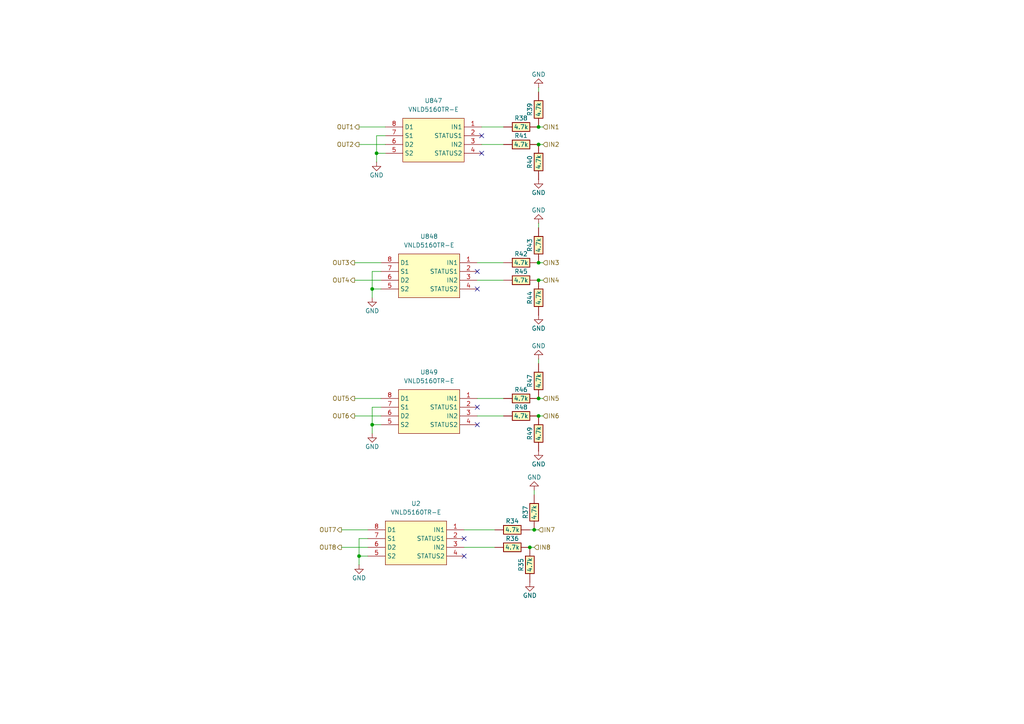
<source format=kicad_sch>
(kicad_sch (version 20231120) (generator "eeschema") (generator_version "8.0")
  (paper "A4")
  (lib_symbols
    (symbol "chips:VNLD5160"
      (property "Reference" "U" (at 6.35 3.81 0))
      (property "Value" "VNLD5160TR-E" (at 12.7 -11.43 0))
      (symbol "VNLD5160_1_1"
        (rectangle (start 5.08 2.54) (end 22.86 -10.16) (fill (type background)))
        (pin input line (at 0 0 0) (length 5.08) (name "IN1") (number "1"))
        (pin open_collector line (at 0 -2.54 0) (length 5.08) (name "STATUS1") (number "2"))
        (pin input line (at 0 -5.08 0) (length 5.08) (name "IN2") (number "3"))
        (pin open_collector line (at 0 -7.62 0) (length 5.08) (name "STATUS2") (number "4"))
        (pin power_in line (at 27.94 -7.62 180) (length 5.08) (name "S2") (number "5"))
        (pin power_out line (at 27.94 -5.08 180) (length 5.08) (name "D2") (number "6"))
        (pin power_in line (at 27.94 -2.54 180) (length 5.08) (name "S1") (number "7"))
        (pin power_out line (at 27.94 0 180) (length 5.08) (name "D1") (number "8"))
      )
    )
    (symbol "hellen-one-common:Res" (pin_numbers hide)
      (property "Reference" "R" (at 3.81 2.54 0))
      (property "Value" "Res" (at 5.08 -2.54 0))
      (symbol "Res_1_0"
        (rectangle (start 2.54 -1.27) (end 7.62 1.27) (stroke (width 0.254)) (fill (type background)))
        (pin passive line (at 0 0 0) (length 2.54) (name "") (number "1"))
        (pin passive line (at 10.16 0 180) (length 2.54) (name "") (number "2"))
      )
    )
    (symbol "power:GND" (power) (pin_numbers hide) (pin_names (offset 0) hide)
      (property "Value" "GND" (at 0 -3.81 0))
      (symbol "GND_0_1"
        (polyline (pts (xy 0 0) (xy 0 -1.27) (xy 1.27 -1.27) (xy 0 -2.54) (xy -1.27 -1.27) (xy 0 -1.27)))
      )
      (symbol "GND_1_1"
        (pin power_in line (at 0 0 270) (length 0) (name "~") (number "1"))
      )
    )
  )
  (junction (at 107.95 123.19))
  (junction (at 154.94 153.67))
  (junction (at 153.67 158.75))
  (junction (at 156.21 76.2))
  (junction (at 107.95 83.82))
  (junction (at 156.21 36.83))
  (junction (at 156.21 120.65))
  (junction (at 156.21 41.91))
  (junction (at 156.21 115.57))
  (junction (at 109.22 44.45))
  (junction (at 156.21 81.28))
  (junction (at 104.14 161.29))
  (no_connect (at 138.43 123.19))
  (no_connect (at 139.7 44.45))
  (no_connect (at 134.62 161.29))
  (no_connect (at 138.43 78.74))
  (no_connect (at 138.43 83.82))
  (no_connect (at 138.43 118.11))
  (no_connect (at 139.7 39.37))
  (no_connect (at 134.62 156.21))
  (wire (pts (xy 156.21 81.28) (xy 157.48 81.28)))
  (wire (pts (xy 154.94 143.51) (xy 154.94 142.24)))
  (wire (pts (xy 107.95 123.19) (xy 110.49 123.19)))
  (wire (pts (xy 99.06 153.67) (xy 106.68 153.67)))
  (wire (pts (xy 156.21 153.67) (xy 154.94 153.67)))
  (wire (pts (xy 107.95 83.82) (xy 107.95 78.74)))
  (wire (pts (xy 138.43 81.28) (xy 146.05 81.28)))
  (wire (pts (xy 107.95 118.11) (xy 110.49 118.11)))
  (wire (pts (xy 153.67 153.67) (xy 154.94 153.67)))
  (wire (pts (xy 156.21 76.2) (xy 157.48 76.2)))
  (wire (pts (xy 156.21 36.83) (xy 157.48 36.83)))
  (wire (pts (xy 107.95 78.74) (xy 110.49 78.74)))
  (wire (pts (xy 102.87 76.2) (xy 110.49 76.2)))
  (wire (pts (xy 104.14 41.91) (xy 111.76 41.91)))
  (wire (pts (xy 156.21 120.65) (xy 157.48 120.65)))
  (wire (pts (xy 107.95 86.36) (xy 107.95 83.82)))
  (wire (pts (xy 138.43 76.2) (xy 146.05 76.2)))
  (wire (pts (xy 104.14 161.29) (xy 104.14 156.21)))
  (wire (pts (xy 107.95 83.82) (xy 110.49 83.82)))
  (wire (pts (xy 156.21 41.91) (xy 157.48 41.91)))
  (wire (pts (xy 138.43 115.57) (xy 146.05 115.57)))
  (wire (pts (xy 102.87 120.65) (xy 110.49 120.65)))
  (wire (pts (xy 156.21 66.04) (xy 156.21 64.77)))
  (wire (pts (xy 104.14 163.83) (xy 104.14 161.29)))
  (wire (pts (xy 134.62 158.75) (xy 143.51 158.75)))
  (wire (pts (xy 104.14 156.21) (xy 106.68 156.21)))
  (wire (pts (xy 102.87 115.57) (xy 110.49 115.57)))
  (wire (pts (xy 99.06 158.75) (xy 106.68 158.75)))
  (wire (pts (xy 104.14 161.29) (xy 106.68 161.29)))
  (wire (pts (xy 138.43 120.65) (xy 146.05 120.65)))
  (wire (pts (xy 156.21 105.41) (xy 156.21 104.14)))
  (wire (pts (xy 109.22 39.37) (xy 111.76 39.37)))
  (wire (pts (xy 139.7 41.91) (xy 146.05 41.91)))
  (wire (pts (xy 156.21 26.67) (xy 156.21 25.4)))
  (wire (pts (xy 134.62 153.67) (xy 143.51 153.67)))
  (wire (pts (xy 109.22 44.45) (xy 109.22 39.37)))
  (wire (pts (xy 109.22 46.99) (xy 109.22 44.45)))
  (wire (pts (xy 109.22 44.45) (xy 111.76 44.45)))
  (wire (pts (xy 102.87 81.28) (xy 110.49 81.28)))
  (wire (pts (xy 107.95 123.19) (xy 107.95 118.11)))
  (wire (pts (xy 104.14 36.83) (xy 111.76 36.83)))
  (wire (pts (xy 156.21 115.57) (xy 157.48 115.57)))
  (wire (pts (xy 107.95 125.73) (xy 107.95 123.19)))
  (wire (pts (xy 139.7 36.83) (xy 146.05 36.83)))
  (wire (pts (xy 153.67 158.75) (xy 154.94 158.75)))
  (hierarchical_label "OUT6" (shape output) (at 102.87 120.65 180))
  (hierarchical_label "IN4" (shape input) (at 157.48 81.28 0))
  (hierarchical_label "OUT8" (shape output) (at 99.06 158.75 180))
  (hierarchical_label "IN3" (shape input) (at 157.48 76.2 0))
  (hierarchical_label "IN5" (shape input) (at 157.48 115.57 0))
  (hierarchical_label "IN7" (shape input) (at 156.21 153.67 0))
  (hierarchical_label "IN8" (shape input) (at 154.94 158.75 0))
  (hierarchical_label "OUT4" (shape output) (at 102.87 81.28 180))
  (hierarchical_label "OUT7" (shape output) (at 99.06 153.67 180))
  (hierarchical_label "OUT1" (shape output) (at 104.14 36.83 180))
  (hierarchical_label "IN6" (shape input) (at 157.48 120.65 0))
  (hierarchical_label "OUT2" (shape output) (at 104.14 41.91 180))
  (hierarchical_label "OUT5" (shape output) (at 102.87 115.57 180))
  (hierarchical_label "IN2" (shape input) (at 157.48 41.91 0))
  (hierarchical_label "IN1" (shape input) (at 157.48 36.83 0))
  (hierarchical_label "OUT3" (shape output) (at 102.87 76.2 180))
  (symbol (lib_id "hellen-one-common:Res") (at 153.67 158.75 90) (mirror x) (unit 1)
    (property "Reference" "R35" (at 151.13 163.83 0))
    (property "Value" "4.7k" (at 153.67 163.83 0))
    (property "Footprint" "hellen-one-common:R0603" (effects (hide yes)))
    (property "LCSC" "C23162" (effects (hide yes)))
  )
  (symbol (lib_id "hellen-one-common:Res") (at 156.21 36.83 0) (mirror y) (unit 1)
    (property "Reference" "R38" (at 151.13 34.29 0))
    (property "Value" "4.7k" (at 151.13 36.83 0))
    (property "Footprint" "hellen-one-common:R0603" (effects (hide yes)))
    (property "LCSC" "C23162" (effects (hide yes)))
  )
  (symbol (lib_id "hellen-one-common:Res") (at 156.21 36.83 90) (unit 1)
    (property "Reference" "R39" (at 153.67 31.75 0))
    (property "Value" "4.7k" (at 156.21 31.75 0))
    (property "Footprint" "hellen-one-common:R0603" (effects (hide yes)))
    (property "LCSC" "C23162" (effects (hide yes)))
  )
  (symbol (lib_id "hellen-one-common:Res") (at 156.21 115.57 0) (mirror y) (unit 1)
    (property "Reference" "R46" (at 151.13 113.03 0))
    (property "Value" "4.7k" (at 151.13 115.57 0))
    (property "Footprint" "hellen-one-common:R0603" (effects (hide yes)))
    (property "LCSC" "C23162" (effects (hide yes)))
  )
  (symbol (lib_id "hellen-one-common:Res") (at 153.67 158.75 0) (mirror y) (unit 1)
    (property "Reference" "R36" (at 148.59 156.21 0))
    (property "Value" "4.7k" (at 148.59 158.75 0))
    (property "Footprint" "hellen-one-common:R0603" (effects (hide yes)))
    (property "LCSC" "C23162" (effects (hide yes)))
  )
  (symbol (lib_id "hellen-one-common:Res") (at 156.21 81.28 90) (mirror x) (unit 1)
    (property "Reference" "R44" (at 153.67 86.36 0))
    (property "Value" "4.7k" (at 156.21 86.36 0))
    (property "Footprint" "hellen-one-common:R0603" (effects (hide yes)))
    (property "LCSC" "C23162" (effects (hide yes)))
  )
  (symbol (lib_id "hellen-one-common:Res") (at 156.21 115.57 90) (unit 1)
    (property "Reference" "R47" (at 153.67 110.49 0))
    (property "Value" "4.7k" (at 156.21 110.49 0))
    (property "Footprint" "hellen-one-common:R0603" (effects (hide yes)))
    (property "LCSC" "C23162" (effects (hide yes)))
  )
  (symbol (lib_id "chips:VNLD5160") (at 139.7 36.83 0) (mirror y) (unit 1)
    (property "Reference" "U847" (at 125.73 29.21 0))
    (property "Value" "VNLD5160TR-E" (at 125.73 31.75 0))
    (property "Footprint" "Package_SO:SOIC-8_3.9x4.9mm_P1.27mm" (effects (hide yes)))
    (property "LCSC" "C377942" (effects (hide yes)))
  )
  (symbol (lib_id "hellen-one-common:Res") (at 156.21 76.2 0) (mirror y) (unit 1)
    (property "Reference" "R42" (at 151.13 73.66 0))
    (property "Value" "4.7k" (at 151.13 76.2 0))
    (property "Footprint" "hellen-one-common:R0603" (effects (hide yes)))
    (property "LCSC" "C23162" (effects (hide yes)))
  )
  (symbol (lib_id "power:GND") (at 104.14 163.83 0) (mirror y) (unit 1)
    (property "Reference" "#PWR021" (effects (hide yes)))
    (property "Value" "GND" (at 104.14 167.64 0))
    (property "Description" "Power symbol creates a global label with name \"GND\" , ground" (effects (hide yes)))
  )
  (symbol (lib_id "hellen-one-common:Res") (at 156.21 81.28 0) (mirror y) (unit 1)
    (property "Reference" "R45" (at 151.13 78.74 0))
    (property "Value" "4.7k" (at 151.13 81.28 0))
    (property "Footprint" "hellen-one-common:R0603" (effects (hide yes)))
    (property "LCSC" "C23162" (effects (hide yes)))
  )
  (symbol (lib_id "power:GND") (at 107.95 125.73 0) (mirror y) (unit 1)
    (property "Reference" "#PWR023" (effects (hide yes)))
    (property "Value" "GND" (at 107.95 129.54 0))
    (property "Description" "Power symbol creates a global label with name \"GND\" , ground" (effects (hide yes)))
  )
  (symbol (lib_id "hellen-one-common:Res") (at 153.67 153.67 0) (mirror y) (unit 1)
    (property "Reference" "R34" (at 148.59 151.13 0))
    (property "Value" "4.7k" (at 148.59 153.67 0))
    (property "Footprint" "hellen-one-common:R0603" (effects (hide yes)))
    (property "LCSC" "C23162" (effects (hide yes)))
  )
  (symbol (lib_id "chips:VNLD5160") (at 138.43 76.2 0) (mirror y) (unit 1)
    (property "Reference" "U848" (at 124.46 68.58 0))
    (property "Value" "VNLD5160TR-E" (at 124.46 71.12 0))
    (property "Footprint" "Package_SO:SOIC-8_3.9x4.9mm_P1.27mm" (effects (hide yes)))
    (property "LCSC" "C377942" (effects (hide yes)))
  )
  (symbol (lib_id "hellen-one-common:Res") (at 156.21 120.65 0) (mirror y) (unit 1)
    (property "Reference" "R48" (at 151.13 118.11 0))
    (property "Value" "4.7k" (at 151.13 120.65 0))
    (property "Footprint" "hellen-one-common:R0603" (effects (hide yes)))
    (property "LCSC" "C23162" (effects (hide yes)))
  )
  (symbol (lib_id "hellen-one-common:Res") (at 154.94 153.67 90) (unit 1)
    (property "Reference" "R37" (at 152.4 148.59 0))
    (property "Value" "4.7k" (at 154.94 148.59 0))
    (property "Footprint" "hellen-one-common:R0603" (effects (hide yes)))
    (property "LCSC" "C23162" (effects (hide yes)))
  )
  (symbol (lib_id "power:GND") (at 156.21 25.4 0) (mirror x) (unit 1)
    (property "Reference" "#PWR050" (effects (hide yes)))
    (property "Value" "GND" (at 156.21 21.59 0))
    (property "Description" "Power symbol creates a global label with name \"GND\" , ground" (effects (hide yes)))
  )
  (symbol (lib_id "hellen-one-common:Res") (at 156.21 41.91 90) (mirror x) (unit 1)
    (property "Reference" "R40" (at 153.67 46.99 0))
    (property "Value" "4.7k" (at 156.21 46.99 0))
    (property "Footprint" "hellen-one-common:R0603" (effects (hide yes)))
    (property "LCSC" "C23162" (effects (hide yes)))
  )
  (symbol (lib_id "hellen-one-common:Res") (at 156.21 41.91 0) (mirror y) (unit 1)
    (property "Reference" "R41" (at 151.13 39.37 0))
    (property "Value" "4.7k" (at 151.13 41.91 0))
    (property "Footprint" "hellen-one-common:R0603" (effects (hide yes)))
    (property "LCSC" "C23162" (effects (hide yes)))
  )
  (symbol (lib_id "hellen-one-common:Res") (at 156.21 120.65 90) (mirror x) (unit 1)
    (property "Reference" "R49" (at 153.67 125.73 0))
    (property "Value" "4.7k" (at 156.21 125.73 0))
    (property "Footprint" "hellen-one-common:R0603" (effects (hide yes)))
    (property "LCSC" "C23162" (effects (hide yes)))
  )
  (symbol (lib_id "power:GND") (at 107.95 86.36 0) (mirror y) (unit 1)
    (property "Reference" "#PWR022" (effects (hide yes)))
    (property "Value" "GND" (at 107.95 90.17 0))
    (property "Description" "Power symbol creates a global label with name \"GND\" , ground" (effects (hide yes)))
  )
  (symbol (lib_id "chips:VNLD5160") (at 138.43 115.57 0) (mirror y) (unit 1)
    (property "Reference" "U849" (at 124.46 107.95 0))
    (property "Value" "VNLD5160TR-E" (at 124.46 110.49 0))
    (property "Footprint" "Package_SO:SOIC-8_3.9x4.9mm_P1.27mm" (effects (hide yes)))
    (property "LCSC" "C377942" (effects (hide yes)))
  )
  (symbol (lib_id "power:GND") (at 109.22 46.99 0) (mirror y) (unit 1)
    (property "Reference" "#PWR043" (effects (hide yes)))
    (property "Value" "GND" (at 109.22 50.8 0))
    (property "Description" "Power symbol creates a global label with name \"GND\" , ground" (effects (hide yes)))
  )
  (symbol (lib_id "chips:VNLD5160") (at 134.62 153.67 0) (mirror y) (unit 1)
    (property "Reference" "U2" (at 120.65 146.05 0))
    (property "Value" "VNLD5160TR-E" (at 120.65 148.59 0))
    (property "Footprint" "Package_SO:SOIC-8_3.9x4.9mm_P1.27mm" (effects (hide yes)))
    (property "LCSC" "C377942" (effects (hide yes)))
  )
  (symbol (lib_id "power:GND") (at 156.21 130.81 0) (unit 1)
    (property "Reference" "#PWR072" (effects (hide yes)))
    (property "Value" "GND" (at 156.21 134.62 0))
    (property "Description" "Power symbol creates a global label with name \"GND\" , ground" (effects (hide yes)))
  )
  (symbol (lib_id "power:GND") (at 156.21 104.14 0) (mirror x) (unit 1)
    (property "Reference" "#PWR071" (effects (hide yes)))
    (property "Value" "GND" (at 156.21 100.33 0))
    (property "Description" "Power symbol creates a global label with name \"GND\" , ground" (effects (hide yes)))
  )
  (symbol (lib_id "power:GND") (at 156.21 91.44 0) (unit 1)
    (property "Reference" "#PWR062" (effects (hide yes)))
    (property "Value" "GND" (at 156.21 95.25 0))
    (property "Description" "Power symbol creates a global label with name \"GND\" , ground" (effects (hide yes)))
  )
  (symbol (lib_id "hellen-one-common:Res") (at 156.21 76.2 90) (unit 1)
    (property "Reference" "R43" (at 153.67 71.12 0))
    (property "Value" "4.7k" (at 156.21 71.12 0))
    (property "Footprint" "hellen-one-common:R0603" (effects (hide yes)))
    (property "LCSC" "C23162" (effects (hide yes)))
  )
  (symbol (lib_id "power:GND") (at 156.21 52.07 0) (unit 1)
    (property "Reference" "#PWR056" (effects (hide yes)))
    (property "Value" "GND" (at 156.21 55.88 0))
    (property "Description" "Power symbol creates a global label with name \"GND\" , ground" (effects (hide yes)))
  )
  (symbol (lib_id "power:GND") (at 154.94 142.24 0) (mirror x) (unit 1)
    (property "Reference" "#PWR049" (effects (hide yes)))
    (property "Value" "GND" (at 154.94 138.43 0))
    (property "Description" "Power symbol creates a global label with name \"GND\" , ground" (effects (hide yes)))
  )
  (symbol (lib_id "power:GND") (at 153.67 168.91 0) (unit 1)
    (property "Reference" "#PWR045" (effects (hide yes)))
    (property "Value" "GND" (at 153.67 172.72 0))
    (property "Description" "Power symbol creates a global label with name \"GND\" , ground" (effects (hide yes)))
  )
  (symbol (lib_id "power:GND") (at 156.21 64.77 0) (mirror x) (unit 1)
    (property "Reference" "#PWR061" (effects (hide yes)))
    (property "Value" "GND" (at 156.21 60.96 0))
    (property "Description" "Power symbol creates a global label with name \"GND\" , ground" (effects (hide yes)))
  )
)
</source>
